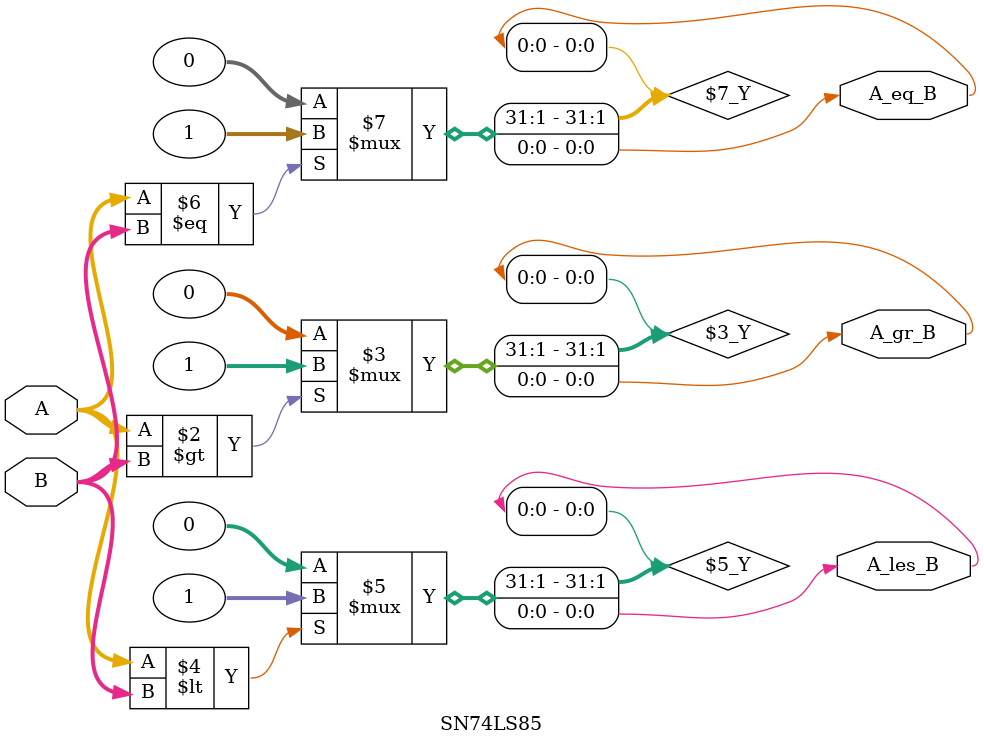
<source format=v>
module SN74LS85(
    input [3:0] A,
    input [3:0] B,
    output reg A_gr_B,
    output reg A_les_B,
    output reg A_eq_B
    );
// This module contains only the 4 bit comparison code, for cascading add 3 more inputs from outputs of significant digit ICs
// although this operation can be performed directly like this A>B IN Verilog , the actual implimentaion follows bitwise compare
always @(*) begin 
 A_gr_B = (A>B)? 1:0;
 A_les_B = (A<B)? 1:0;
 A_eq_B = (A==B)? 1:0;
 end
endmodule

</source>
